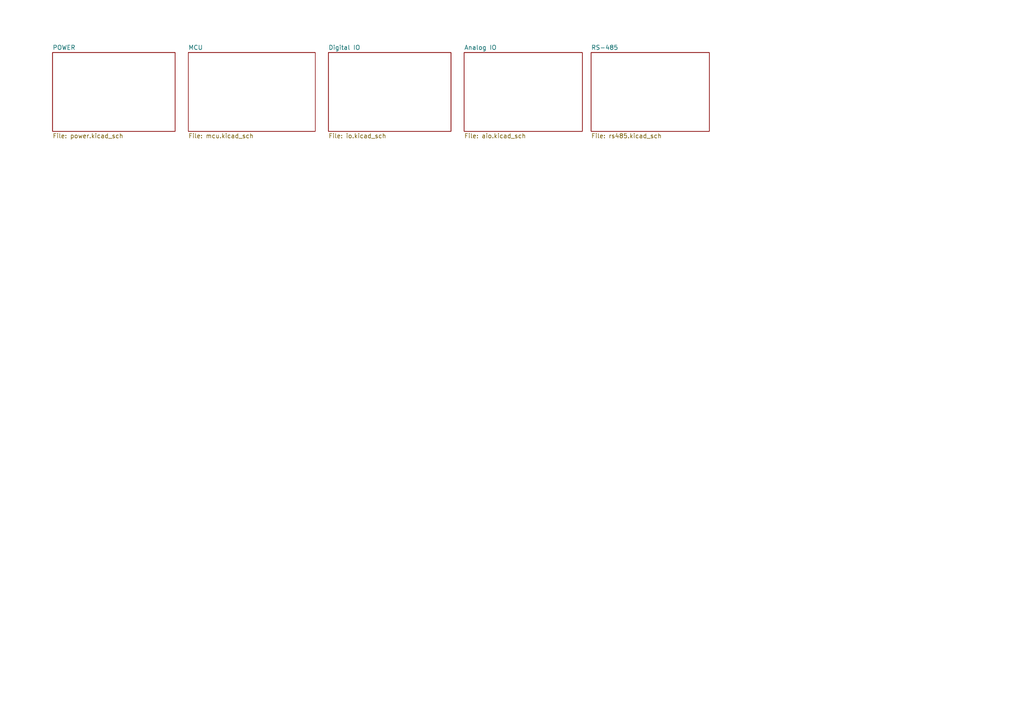
<source format=kicad_sch>
(kicad_sch
	(version 20250114)
	(generator "eeschema")
	(generator_version "9.0")
	(uuid "5c3e6a7b-be04-44ed-9637-1db33cdda57f")
	(paper "A4")
	(lib_symbols)
	(sheet
		(at 171.45 15.24)
		(size 34.29 22.86)
		(exclude_from_sim no)
		(in_bom yes)
		(on_board yes)
		(dnp no)
		(fields_autoplaced yes)
		(stroke
			(width 0.1524)
			(type solid)
		)
		(fill
			(color 0 0 0 0.0000)
		)
		(uuid "07b134f5-e058-49c5-b5a5-0dcae2fdfdbd")
		(property "Sheetname" "RS-485"
			(at 171.45 14.5284 0)
			(effects
				(font
					(size 1.27 1.27)
				)
				(justify left bottom)
			)
		)
		(property "Sheetfile" "rs485.kicad_sch"
			(at 171.45 38.6846 0)
			(effects
				(font
					(size 1.27 1.27)
				)
				(justify left top)
			)
		)
		(instances
			(project "rp2350_automation_board"
				(path "/5c3e6a7b-be04-44ed-9637-1db33cdda57f"
					(page "6")
				)
			)
		)
	)
	(sheet
		(at 95.25 15.24)
		(size 35.56 22.86)
		(exclude_from_sim no)
		(in_bom yes)
		(on_board yes)
		(dnp no)
		(fields_autoplaced yes)
		(stroke
			(width 0.1524)
			(type solid)
		)
		(fill
			(color 0 0 0 0.0000)
		)
		(uuid "0d21b125-1ee2-41af-93ac-1488dc38ad8f")
		(property "Sheetname" "Digital IO"
			(at 95.25 14.5284 0)
			(effects
				(font
					(size 1.27 1.27)
				)
				(justify left bottom)
			)
		)
		(property "Sheetfile" "io.kicad_sch"
			(at 95.25 38.6846 0)
			(effects
				(font
					(size 1.27 1.27)
				)
				(justify left top)
			)
		)
		(instances
			(project "rp2350_automation_board"
				(path "/5c3e6a7b-be04-44ed-9637-1db33cdda57f"
					(page "4")
				)
			)
		)
	)
	(sheet
		(at 54.61 15.24)
		(size 36.83 22.86)
		(exclude_from_sim no)
		(in_bom yes)
		(on_board yes)
		(dnp no)
		(fields_autoplaced yes)
		(stroke
			(width 0.1524)
			(type solid)
		)
		(fill
			(color 0 0 0 0.0000)
		)
		(uuid "5aa61913-1f59-4d44-90ef-5bd61bba1963")
		(property "Sheetname" "MCU"
			(at 54.61 14.5284 0)
			(effects
				(font
					(size 1.27 1.27)
				)
				(justify left bottom)
			)
		)
		(property "Sheetfile" "mcu.kicad_sch"
			(at 54.61 38.6846 0)
			(effects
				(font
					(size 1.27 1.27)
				)
				(justify left top)
			)
		)
		(instances
			(project "rp2350_automation_board"
				(path "/5c3e6a7b-be04-44ed-9637-1db33cdda57f"
					(page "3")
				)
			)
		)
	)
	(sheet
		(at 134.62 15.24)
		(size 34.29 22.86)
		(exclude_from_sim no)
		(in_bom yes)
		(on_board yes)
		(dnp no)
		(fields_autoplaced yes)
		(stroke
			(width 0.1524)
			(type solid)
		)
		(fill
			(color 0 0 0 0.0000)
		)
		(uuid "7209f7f7-e291-4aef-bf63-136103a4883d")
		(property "Sheetname" "Analog IO"
			(at 134.62 14.5284 0)
			(effects
				(font
					(size 1.27 1.27)
				)
				(justify left bottom)
			)
		)
		(property "Sheetfile" "aio.kicad_sch"
			(at 134.62 38.6846 0)
			(effects
				(font
					(size 1.27 1.27)
				)
				(justify left top)
			)
		)
		(instances
			(project "rp2350_automation_board"
				(path "/5c3e6a7b-be04-44ed-9637-1db33cdda57f"
					(page "5")
				)
			)
		)
	)
	(sheet
		(at 15.24 15.24)
		(size 35.56 22.86)
		(exclude_from_sim no)
		(in_bom yes)
		(on_board yes)
		(dnp no)
		(fields_autoplaced yes)
		(stroke
			(width 0.1524)
			(type solid)
		)
		(fill
			(color 0 0 0 0.0000)
		)
		(uuid "83e95de1-e698-4619-9958-cd48d1ceab41")
		(property "Sheetname" "POWER"
			(at 15.24 14.5284 0)
			(effects
				(font
					(size 1.27 1.27)
				)
				(justify left bottom)
			)
		)
		(property "Sheetfile" "power.kicad_sch"
			(at 15.24 38.6846 0)
			(effects
				(font
					(size 1.27 1.27)
				)
				(justify left top)
			)
		)
		(instances
			(project "rp2350_automation_board"
				(path "/5c3e6a7b-be04-44ed-9637-1db33cdda57f"
					(page "2")
				)
			)
		)
	)
	(sheet_instances
		(path "/"
			(page "1")
		)
	)
	(embedded_fonts no)
)

</source>
